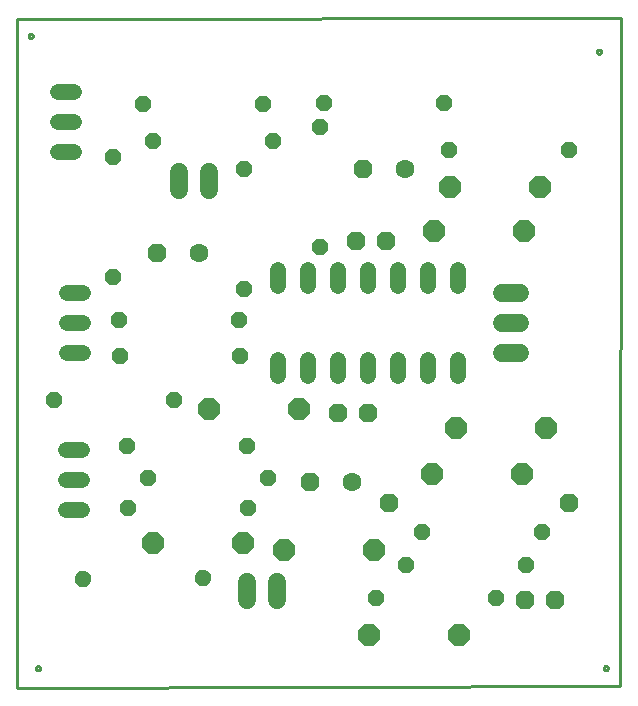
<source format=gbr>
G04 EAGLE Gerber RS-274X export*
G75*
%MOMM*%
%FSLAX34Y34*%
%LPD*%
%INTop Copper*%
%IPPOS*%
%AMOC8*
5,1,8,0,0,1.08239X$1,22.5*%
G01*
%ADD10P,2.061953X8X22.500000*%
%ADD11P,2.061953X8X202.500000*%
%ADD12P,1.732040X8X202.500000*%
%ADD13C,1.320800*%
%ADD14P,1.429621X8X22.500000*%
%ADD15P,1.429621X8X202.500000*%
%ADD16P,1.429621X8X203.000000*%
%ADD17P,1.429621X8X292.500000*%
%ADD18C,1.600200*%
%ADD19P,1.732040X8X22.500000*%
%ADD20C,1.524000*%
%ADD21C,0.254000*%


D10*
X398076Y209060D03*
X474276Y209060D03*
X470379Y137646D03*
X546579Y137646D03*
X525168Y479523D03*
X601368Y479523D03*
X538900Y516208D03*
X615100Y516208D03*
D11*
X599976Y273662D03*
X523776Y273662D03*
D10*
X543677Y312248D03*
X619877Y312248D03*
D12*
X627597Y166742D03*
X602197Y166742D03*
D11*
X410825Y328883D03*
X334625Y328883D03*
X363759Y215275D03*
X287559Y215275D03*
D13*
X393155Y356996D02*
X393155Y370204D01*
X418555Y370204D02*
X418555Y356996D01*
X545555Y356996D02*
X545555Y370204D01*
X545555Y433196D02*
X545555Y446404D01*
X443955Y370204D02*
X443955Y356996D01*
X469355Y356996D02*
X469355Y370204D01*
X520155Y370204D02*
X520155Y356996D01*
X494755Y356996D02*
X494755Y370204D01*
X520155Y433196D02*
X520155Y446404D01*
X494755Y446404D02*
X494755Y433196D01*
X469355Y433196D02*
X469355Y446404D01*
X443955Y446404D02*
X443955Y433196D01*
X418555Y433196D02*
X418555Y446404D01*
X393155Y446404D02*
X393155Y433196D01*
D14*
X432148Y587358D03*
X533748Y587358D03*
X538401Y548056D03*
X640001Y548056D03*
X476267Y168918D03*
X577867Y168918D03*
D15*
X603435Y196228D03*
X501835Y196228D03*
D14*
X515407Y224559D03*
X617007Y224559D03*
D16*
X329521Y185593D03*
X227925Y184706D03*
D14*
X283268Y269819D03*
X384868Y269819D03*
X265041Y297329D03*
X366641Y297329D03*
D13*
X227794Y426476D02*
X214586Y426476D01*
X214586Y375676D02*
X227794Y375676D01*
X227794Y401076D02*
X214586Y401076D01*
X214064Y294232D02*
X227272Y294232D01*
X227272Y243432D02*
X214064Y243432D01*
X214064Y268832D02*
X227272Y268832D01*
X220135Y597280D02*
X206927Y597280D01*
X206927Y546480D02*
X220135Y546480D01*
X220135Y571880D02*
X206927Y571880D01*
D15*
X388638Y555944D03*
X287038Y555944D03*
X368228Y245053D03*
X266628Y245053D03*
X304908Y336380D03*
X203308Y336380D03*
X360241Y404014D03*
X258641Y404014D03*
X361208Y373743D03*
X259608Y373743D03*
D17*
X428779Y567099D03*
X428779Y465499D03*
D15*
X380213Y587293D03*
X278613Y587293D03*
D17*
X364091Y531612D03*
X364091Y430012D03*
D12*
X291048Y460756D03*
D18*
X326608Y460756D03*
D17*
X253164Y542131D03*
X253164Y440531D03*
D12*
X420242Y266959D03*
D18*
X455802Y266959D03*
D12*
X469355Y325500D03*
X443955Y325500D03*
X465458Y531764D03*
D18*
X501018Y531764D03*
D19*
X459221Y471108D03*
X484621Y471108D03*
D20*
X582461Y426905D02*
X597701Y426905D01*
X597701Y401505D02*
X582461Y401505D01*
X582461Y376105D02*
X597701Y376105D01*
X309522Y513790D02*
X309522Y529030D01*
X334922Y529030D02*
X334922Y513790D01*
X367040Y182199D02*
X367040Y166959D01*
X392440Y166959D02*
X392440Y182199D01*
D12*
X639186Y248770D03*
X486786Y248770D03*
D21*
X171987Y659222D02*
X172204Y92705D01*
X682529Y93835D01*
X683803Y659708D01*
X171987Y659222D01*
X191776Y108992D02*
X191709Y108654D01*
X191577Y108335D01*
X191386Y108049D01*
X191142Y107805D01*
X190855Y107613D01*
X190537Y107481D01*
X190199Y107414D01*
X189854Y107414D01*
X189516Y107481D01*
X189197Y107613D01*
X188911Y107805D01*
X188667Y108049D01*
X188475Y108335D01*
X188344Y108654D01*
X188276Y108992D01*
X188276Y109337D01*
X188344Y109675D01*
X188475Y109993D01*
X188667Y110280D01*
X188911Y110523D01*
X189197Y110715D01*
X189516Y110847D01*
X189854Y110914D01*
X190199Y110914D01*
X190537Y110847D01*
X190855Y110715D01*
X191142Y110523D01*
X191386Y110280D01*
X191577Y109993D01*
X191709Y109675D01*
X191776Y109337D01*
X191776Y108992D01*
X672403Y108959D02*
X672335Y108621D01*
X672204Y108302D01*
X672012Y108016D01*
X671768Y107772D01*
X671482Y107580D01*
X671163Y107448D01*
X670825Y107381D01*
X670480Y107381D01*
X670142Y107448D01*
X669824Y107580D01*
X669537Y107772D01*
X669293Y108016D01*
X669102Y108302D01*
X668970Y108621D01*
X668903Y108959D01*
X668903Y109303D01*
X668970Y109642D01*
X669102Y109960D01*
X669293Y110247D01*
X669537Y110490D01*
X669824Y110682D01*
X670142Y110814D01*
X670480Y110881D01*
X670825Y110881D01*
X671163Y110814D01*
X671482Y110682D01*
X671768Y110490D01*
X672012Y110247D01*
X672204Y109960D01*
X672335Y109642D01*
X672403Y109303D01*
X672403Y108959D01*
X666728Y631096D02*
X666661Y630758D01*
X666529Y630440D01*
X666338Y630153D01*
X666094Y629909D01*
X665807Y629718D01*
X665489Y629586D01*
X665151Y629519D01*
X664806Y629519D01*
X664468Y629586D01*
X664149Y629718D01*
X663863Y629909D01*
X663619Y630153D01*
X663428Y630440D01*
X663296Y630758D01*
X663228Y631096D01*
X663228Y631441D01*
X663296Y631779D01*
X663428Y632098D01*
X663619Y632384D01*
X663863Y632628D01*
X664149Y632820D01*
X664468Y632951D01*
X664806Y633019D01*
X665151Y633019D01*
X665489Y632951D01*
X665807Y632820D01*
X666094Y632628D01*
X666338Y632384D01*
X666529Y632098D01*
X666661Y631779D01*
X666728Y631441D01*
X666728Y631096D01*
X185583Y644364D02*
X185515Y644026D01*
X185383Y643708D01*
X185192Y643421D01*
X184948Y643177D01*
X184661Y642986D01*
X184343Y642854D01*
X184005Y642786D01*
X183660Y642786D01*
X183322Y642854D01*
X183004Y642986D01*
X182717Y643177D01*
X182473Y643421D01*
X182282Y643708D01*
X182150Y644026D01*
X182083Y644364D01*
X182083Y644709D01*
X182150Y645047D01*
X182282Y645365D01*
X182473Y645652D01*
X182717Y645896D01*
X183004Y646087D01*
X183322Y646219D01*
X183660Y646286D01*
X184005Y646286D01*
X184343Y646219D01*
X184661Y646087D01*
X184948Y645896D01*
X185192Y645652D01*
X185383Y645365D01*
X185515Y645047D01*
X185583Y644709D01*
X185583Y644364D01*
M02*

</source>
